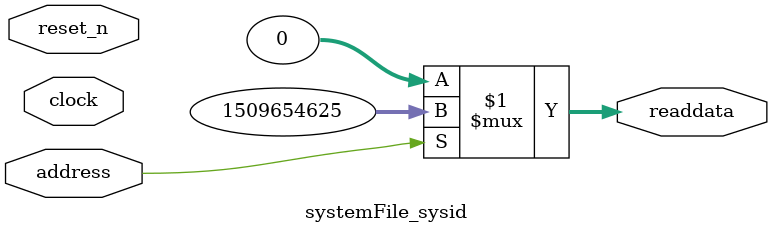
<source format=v>



// synthesis translate_off
`timescale 1ns / 1ps
// synthesis translate_on

// turn off superfluous verilog processor warnings 
// altera message_level Level1 
// altera message_off 10034 10035 10036 10037 10230 10240 10030 

module systemFile_sysid (
               // inputs:
                address,
                clock,
                reset_n,

               // outputs:
                readdata
             )
;

  output  [ 31: 0] readdata;
  input            address;
  input            clock;
  input            reset_n;

  wire    [ 31: 0] readdata;
  //control_slave, which is an e_avalon_slave
  assign readdata = address ? 1509654625 : 0;

endmodule



</source>
